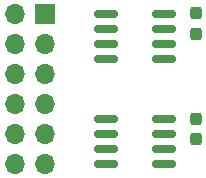
<source format=gts>
G04 #@! TF.GenerationSoftware,KiCad,Pcbnew,6.0.1*
G04 #@! TF.CreationDate,2022-02-12T22:05:26-08:00*
G04 #@! TF.ProjectId,PMOD-PSRAM,504d4f44-2d50-4535-9241-4d2e6b696361,rev?*
G04 #@! TF.SameCoordinates,Original*
G04 #@! TF.FileFunction,Soldermask,Top*
G04 #@! TF.FilePolarity,Negative*
%FSLAX46Y46*%
G04 Gerber Fmt 4.6, Leading zero omitted, Abs format (unit mm)*
G04 Created by KiCad (PCBNEW 6.0.1) date 2022-02-12 22:05:26*
%MOMM*%
%LPD*%
G01*
G04 APERTURE LIST*
G04 Aperture macros list*
%AMRoundRect*
0 Rectangle with rounded corners*
0 $1 Rounding radius*
0 $2 $3 $4 $5 $6 $7 $8 $9 X,Y pos of 4 corners*
0 Add a 4 corners polygon primitive as box body*
4,1,4,$2,$3,$4,$5,$6,$7,$8,$9,$2,$3,0*
0 Add four circle primitives for the rounded corners*
1,1,$1+$1,$2,$3*
1,1,$1+$1,$4,$5*
1,1,$1+$1,$6,$7*
1,1,$1+$1,$8,$9*
0 Add four rect primitives between the rounded corners*
20,1,$1+$1,$2,$3,$4,$5,0*
20,1,$1+$1,$4,$5,$6,$7,0*
20,1,$1+$1,$6,$7,$8,$9,0*
20,1,$1+$1,$8,$9,$2,$3,0*%
G04 Aperture macros list end*
%ADD10RoundRect,0.237500X-0.237500X0.300000X-0.237500X-0.300000X0.237500X-0.300000X0.237500X0.300000X0*%
%ADD11RoundRect,0.150000X-0.825000X-0.150000X0.825000X-0.150000X0.825000X0.150000X-0.825000X0.150000X0*%
%ADD12R,1.700000X1.700000*%
%ADD13O,1.700000X1.700000*%
G04 APERTURE END LIST*
D10*
X156812500Y-100925000D03*
X156812500Y-102650000D03*
D11*
X149200000Y-92045000D03*
X149200000Y-93315000D03*
X149200000Y-94585000D03*
X149200000Y-95855000D03*
X154150000Y-95855000D03*
X154150000Y-94585000D03*
X154150000Y-93315000D03*
X154150000Y-92045000D03*
X149200000Y-100945000D03*
X149200000Y-102215000D03*
X149200000Y-103485000D03*
X149200000Y-104755000D03*
X154150000Y-104755000D03*
X154150000Y-103485000D03*
X154150000Y-102215000D03*
X154150000Y-100945000D03*
D10*
X156825000Y-92025000D03*
X156825000Y-93750000D03*
D12*
X144050000Y-92050000D03*
D13*
X141510000Y-92050000D03*
X144050000Y-94590000D03*
X141510000Y-94590000D03*
X144050000Y-97130000D03*
X141510000Y-97130000D03*
X144050000Y-99670000D03*
X141510000Y-99670000D03*
X144050000Y-102210000D03*
X141510000Y-102210000D03*
X144050000Y-104750000D03*
X141510000Y-104750000D03*
M02*

</source>
